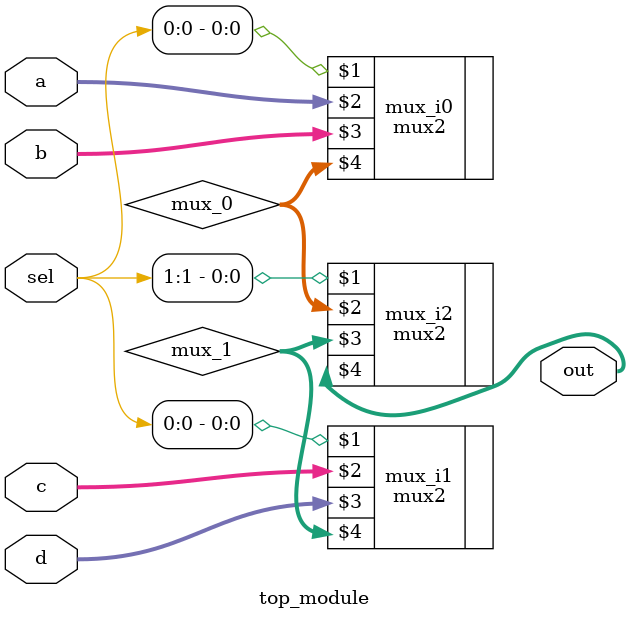
<source format=v>
module top_module (
    input [1:0] sel,
    input [7:0] a,
    input [7:0] b,
    input [7:0] c,
    input [7:0] d,
    output [7:0] out  ); //

    wire [7:0] mux_0, mux_1, mux_2;
    mux2 mux_i0 ( sel[0],    a,    b, mux_0 );
    mux2 mux_i1 ( sel[0],    c,    d, mux_1 );
    mux2 mux_i2 ( sel[1], mux_0, mux_1,  out );

endmodule

</source>
